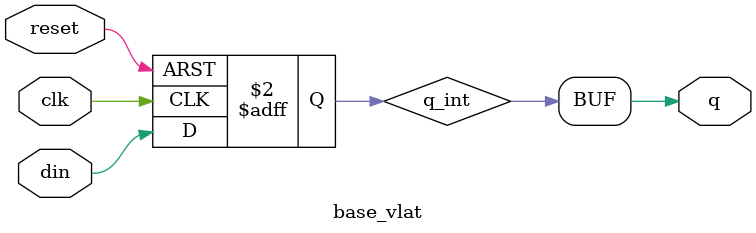
<source format=sv>
/*
 * Copyright 2017 IBM Corporation
 * Licensed to the Apache Software Foundation (ASF) under one
 * or more contributor license agreements.  See the NOTICE file
 * distributed with this work for additional information
 * regarding copyright ownership.  The ASF licenses this file
 * to you under the Apache License, Version 2.0 (the
 * "License"); you may not use this file except in compliance
 * with the License.  You may obtain a copy of the License at
 *
 *     http://www.apache.org/licenses/LICENSE-2.0
 *
 * Unless required by applicable law or agreed to in writing, software
 * distributed under the License is distributed on an "AS IS" BASIS,
 * WITHOUT WARRANTIES OR CONDITIONS OF ANY KIND, either express or implied.
 * See the License for the specific language governing permissions and
 * limitations under the License.
 *
 * Author: Andrew K Martin akmartin@us.ibm.com
 */
 
module base_vlat#(parameter width=1, parameter [width-1:0] rstv=0) 
   (input clk, input reset, input [width-1:0] din, output [width-1:0] q);

   reg [width-1:0]    q_int;
   always@(posedge clk or posedge reset)
     if (reset) q_int <= rstv;
     else q_int <= din;
   assign q = q_int;
   
endmodule // base_vlat


   
  

</source>
